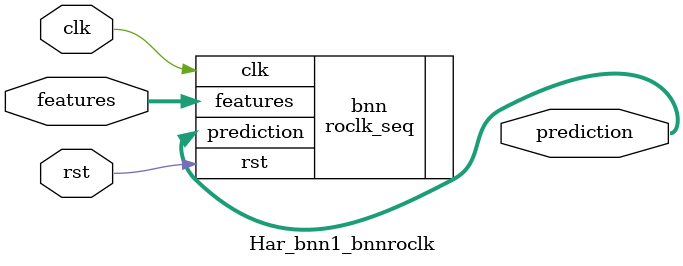
<source format=v>













module Har_bnn1_bnnroclk #(

parameter FEAT_CNT = 12,
parameter HIDDEN_CNT = 40,
parameter FEAT_BITS = 4,
parameter CLASS_CNT = 6,
parameter TEST_CNT = 1000


  ) (
  input clk,
  input rst,
  input [FEAT_CNT*FEAT_BITS-1:0] features,
  output [$clog2(CLASS_CNT)-1:0] prediction
  );

  localparam Weights0 = 480'b010011011001001100101101110001110010101011110010111001110001101001101010010011110101100110000101000100000111110100000001101110101101000110000001100100000001110000111111100111001110011001111010101000111100000011110011111011101000100111100110001101001001000110110111001011101011010111110100111000111100000011000000000100101111000110010101011010001100110101000100110101010101111011111000111000010110111000110001001110000010001100000101000000100100011000001101111001100001101000111001 ;
  localparam Weights1 = 240'b111001111101100000101111100101100010100011010110111111001010010101011010011101001110011111011110001101011100001000101010010101000110011010101101110010110100110101111111011000000011000110001111110000010111001001000101000010011100001111000100 ;

  roclk_seq #(.FEAT_CNT(FEAT_CNT),.FEAT_BITS(FEAT_BITS),.HIDDEN_CNT(HIDDEN_CNT),.CLASS_CNT(CLASS_CNT),.Weights0(Weights0),.Weights1(Weights1)) bnn (
    .clk(clk),
    .rst(rst),
    .features(features),
    .prediction(prediction)
  );

endmodule

</source>
